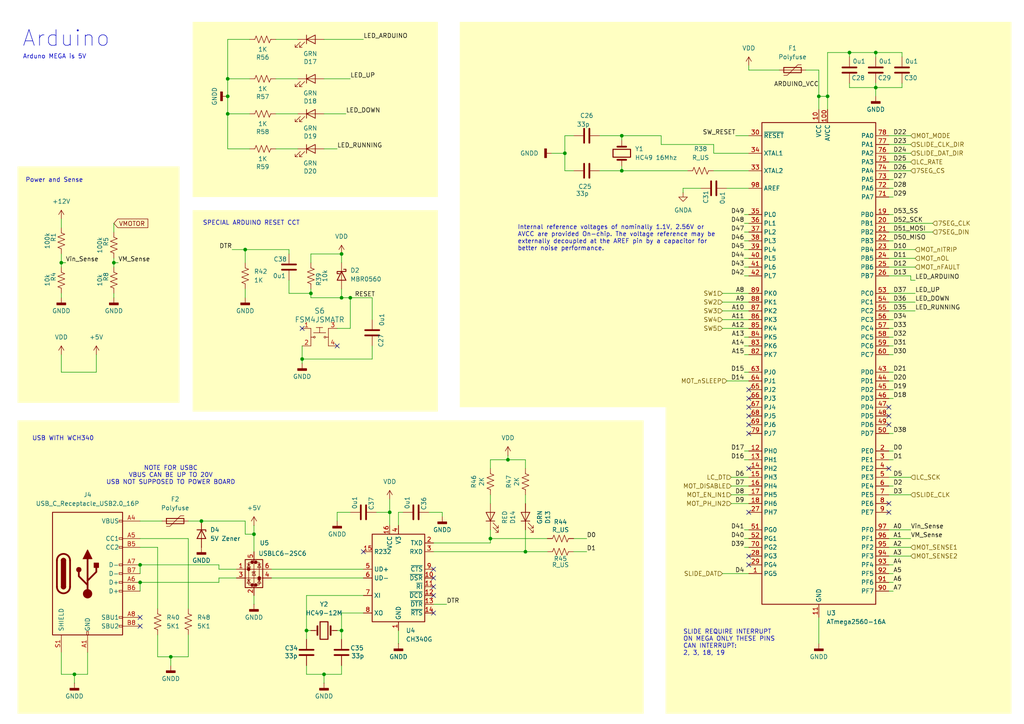
<source format=kicad_sch>
(kicad_sch (version 20250114) (generator "eeschema") (generator_version "9.0")
  (paper "A4")
  (rectangle (start 5.08 121.92) (end 186.69 207.01) (stroke (width -0.0001) (color 255 255 194 1)) (fill (type color) (color 255 255 194 1)))
  (rectangle (start 133.35 6.35) (end 293.37 118.11) (stroke (width -0.0001) (color 255 255 194 1)) (fill (type color) (color 255 255 194 1)))
  (rectangle (start 5.08 48.26) (end 52.07 116.84) (stroke (width -0.0001) (color 255 255 194 1)) (fill (type color) (color 255 255 194 1)))
  (rectangle (start 55.88 6.35) (end 127 57.15) (stroke (width -0.0001) (color 255 255 194 1)) (fill (type color) (color 255 255 194 1)))
  (rectangle (start 193.04 115.57) (end 293.37 207.01) (stroke (width -0.0001) (color 255 255 194 1)) (fill (type color) (color 255 255 194 1)))
  (rectangle (start 55.88 60.96) (end 127 119.38) (stroke (width -0.0001) (color 255 255 194 1)) (fill (type color) (color 255 255 194 1)))
  (text "Internal reference voltages of nominally 1.1V, 2.56V or \nAVCC are provided On-chip. The voltage reference may be\nexternally decoupled at the AREF pin by a capacitor for\nbetter noise performance." (at 150.114 69.088 0) (effects (font (size 1.27 1.27)) (justify left)))
  (text "NOTE FOR USBC\nVBUS CAN BE UP TO 20V\nUSB NOT SUPPOSED TO POWER BOARD" (at 49.53 137.922 0) (effects (font (size 1.27 1.27))))
  (text "Arduno MEGA is 5V" (at 6.604 16.51 0) (effects (font (size 1.27 1.27)) (justify left)))
  (text "Arduino" (at 6.35 13.97 0) (effects (font (size 4.572 4.572)) (justify left bottom)))
  (text "SLIDE REQUIRE INTERRUPT\nON MEGA ONLY THESE PINS\nCAN INTERRUPT:\n2, 3, 18, 19" (at 198.12 186.436 0) (effects (font (size 1.27 1.27)) (justify left)))
  (text "USB WITH WCH340" (at 18.288 127.254 0) (effects (font (size 1.27 1.27))))
  (text "SPECIAL ARDUINO RESET CCT" (at 72.898 64.77 0) (effects (font (size 1.27 1.27))))
  (text "Power and Sense" (at 15.748 52.324 0) (effects (font (size 1.27 1.27))))
  (text "PG5 ( OC0B )             | D4 (PWM)\nPE0 ( RXD0/PCINT8 )      | D0 (RX0)\nPE1 ( TXD0 )             | D1 (TX0)\nPE2 ( XCK0/AIN0 )        | x\nPE3 ( OC3A/AIN1 )        | D5 (PWM)\nPE4 ( OC3B/INT4 )        | D2 (PWM)\nPE5 ( OC3C/INT5 )        | D3 (PWM)\nPE6 ( T3/INT6 )          | x\nPE7 ( CLKO/ICP3/INT7 )   | x\nVCC                      | VCC\nGND                      | GND\nPH0 ( RXD2 )             | D17 (RX2)\nPH1 ( TXD2 )             | D16 (TX2)\nPH2 ( XCK2 )             | x\nPH3 ( OC4A )             | D6 (PWM)\nPH4 ( OC4B )             | D7 (PWM)\nPH5 ( OC4C )             | D8 (PWM)\nPH6 ( OC2B )             | D9 (PWM)\nPB0 ( SS/PCINT0 )        | D53 (SS)\nPB1 ( SCK/PCINT1 )       | D52 (SCK)\nPB2 ( MOSI/PCINT2 )      | D51 (MOSI)\nPB3 ( MISO/PCINT3 )      | D50 (MISO)\nPB4 ( OC2A/PCINT4 )      | D10 (PWM)\nPB5 ( OC1A/PCINT5 )      | D11 (PWM)\nPB6 ( OC1B/PCINT6 )      | D12 (PWM)\nPB7 ( OC0A/OC1C/PCINT7 ) | D13 (PWM)\nPH7 ( T4 )               | x\nPG3 ( TOSC2 )            | x\nPG4 ( TOSC1 )            | x\nRESET                    | RESET\nVCC                      | VCC\nGND                      | GND\nXTAL2                    | XTAL2\nXTAL1                    | XTAL1\nPL0 ( ICP4 )             | D49\nPL1 ( ICP5 )             | D48\nPL2 ( T5 )               | D47\nPL3 ( OC5A )             | D46 (PWM)\nPL4 ( OC5B )             | D45 (PWM)\nPL5 ( OC5C )             | D44 (PWM)\nPL6                      | D43\nPL7                      | D42\nPD0 ( SCL/INT0 )         | D21 (SCL)\nPD1 ( SDA/INT1 )         | D20 (SDA)\nPD2 ( RXDI/INT2 )        | D19 (RX1)\nPD3 ( TXD1/INT3 )        | D18 (TX1)\nPD4 ( ICP1 )             | x\nPD5 ( XCK1 )             | x\nPD6 ( T1 )               | x\nPD7 ( T0 )               | D38\nPG0 ( WR )               | D41\nPG1 ( RD )               | D40\nPC0 ( A8 )               | D37\nPC1 ( A9 )               | D36\nPC2 ( A10 )              | D35\nPC3 ( A11 )              | D34\nPC4 ( A12 )              | D33\nPC5 ( A13 )              | D32\nPC6 ( A14 )              | D31\nPC7 ( A15 )              | D30\nVCC                      | VCC\nGND                      | GND\nPJ0 ( RXD3/PCINT9 )      | D15 (RX3)\nPJ1 ( TXD3/PCINT10 )     | D14 (TX3)\nPJ2 ( XCK3/PCINT11 )     | x\nPJ3 ( PCINT12 )          | x\nPJ4 ( PCINT13 )          | x\nPJ5 ( PCINT14 )          | x\nPJ6 ( PCINT 15 )         | x\nPG2 ( ALE )              | D39\nPA7 ( AD7 )              | D29\nPA6 ( AD6 )              | D28\nPA5 ( AD5 )              | D27\nPA4 ( AD4 )              | D26\nPA3 ( AD3 )              | D25\nPA2 ( AD2 )              | D24\nPA1 ( AD1 )              | D23\nPA0 ( AD0 )              | D22\nVCC                      | VCC\nGND                      | GND\nPK7 ( ADC15/PCINT23 )    | A15\nPK6 ( ADC14/PCINT22 )    | A14\nPK5 ( ADC13/PCINT21 )    | A13\nPK4 ( ADC12/PCINT20 )    | A12\nPK3 ( ADC11/PCINT19 )    | A11\nPK2 ( ADC10/PCINT18 )    | A10\nPK1 ( ADC9/PCINT17 )     | A9\nPK0 ( ADC8/PCINT16 )     | A8\nPF7 ( ADC7/TDI )         | A7\nPF6 ( ADC6/TDO )         | A6\nPF5 ( ADC5/TMS )         | A5\nPF4 ( ADC4/TCK )         | A4\nPF3 ( ADC3 )             | A3\nPF2 ( ADC2 )             | A2\nPF1 ( ADC1 )             | A1\nPF0 ( ADC0 )             | A0\nAREF                     | Analog Reference\nGND                      | GND\nAVCC                     | VCC" (at 302.768 104.648 0) (effects (font (size 1.27 1.27)) (justify left)))
  (junction (at 40.64 168.91))
  (junction (at 237.49 27.94))
  (junction (at 142.24 156.21))
  (junction (at 66.04 27.94))
  (junction (at 240.03 27.94))
  (junction (at 17.78 76.2))
  (junction (at 71.12 72.39))
  (junction (at 33.02 76.2))
  (junction (at 246.38 15.24))
  (junction (at 66.04 22.86))
  (junction (at 66.04 33.02))
  (junction (at 147.32 133.35))
  (junction (at 99.06 73.66))
  (junction (at 254 15.24))
  (junction (at 21.59 195.58))
  (junction (at 88.9 182.88))
  (junction (at 73.66 154.94))
  (junction (at 180.34 49.53))
  (junction (at 90.17 85.09))
  (junction (at 99.06 86.36))
  (junction (at 163.83 44.45))
  (junction (at 254 25.4))
  (junction (at 40.64 163.83))
  (junction (at 113.03 148.59))
  (junction (at 93.98 195.58))
  (junction (at 152.4 160.02))
  (junction (at 180.34 39.37))
  (junction (at 58.42 151.13))
  (junction (at 87.63 104.14))
  (junction (at 49.53 190.5))
  (junction (at 101.6 86.36))
  (junction (at 99.06 182.88))
  (no_connect (at 217.17 120.65))
  (no_connect (at 40.64 179.07))
  (no_connect (at 217.17 125.73))
  (no_connect (at 257.81 120.65))
  (no_connect (at 257.81 123.19))
  (no_connect (at 125.73 167.64))
  (no_connect (at 257.81 148.59))
  (no_connect (at 217.17 123.19))
  (no_connect (at 217.17 161.29))
  (no_connect (at 257.81 135.89))
  (no_connect (at 125.73 170.18))
  (no_connect (at 217.17 148.59))
  (no_connect (at 217.17 163.83))
  (no_connect (at 217.17 115.57))
  (no_connect (at 125.73 172.72))
  (no_connect (at 97.79 100.33))
  (no_connect (at 87.63 95.25))
  (no_connect (at 40.64 181.61))
  (no_connect (at 217.17 113.03))
  (no_connect (at 257.81 146.05))
  (no_connect (at 217.17 118.11))
  (no_connect (at 125.73 177.8))
  (no_connect (at 125.73 165.1))
  (no_connect (at 217.17 135.89))
  (no_connect (at 105.41 160.02))
  (no_connect (at 257.81 118.11))
  (wire (pts (xy 215.9 97.79) (xy 217.17 97.79)))
  (wire (pts (xy 124.46 148.59) (xy 128.27 148.59)))
  (wire (pts (xy 58.42 151.13) (xy 71.12 151.13)))
  (wire (pts (xy 257.81 90.17) (xy 265.43 90.17)))
  (wire (pts (xy 237.49 20.32) (xy 237.49 27.94)))
  (wire (pts (xy 259.08 100.33) (xy 257.81 100.33)))
  (wire (pts (xy 73.66 154.94) (xy 73.66 160.02)))
  (wire (pts (xy 17.78 76.2) (xy 19.05 76.2)))
  (wire (pts (xy 180.34 39.37) (xy 191.77 39.37)))
  (wire (pts (xy 128.27 149.86) (xy 128.27 148.59)))
  (wire (pts (xy 163.83 39.37) (xy 163.83 44.45)))
  (wire (pts (xy 88.9 193.04) (xy 88.9 195.58)))
  (wire (pts (xy 87.63 104.14) (xy 107.95 104.14)))
  (wire (pts (xy 259.08 113.03) (xy 257.81 113.03)))
  (wire (pts (xy 257.81 46.99) (xy 264.16 46.99)))
  (wire (pts (xy 237.49 20.32) (xy 233.68 20.32)))
  (wire (pts (xy 259.08 166.37) (xy 257.81 166.37)))
  (wire (pts (xy 147.32 133.35) (xy 152.4 133.35)))
  (wire (pts (xy 173.99 49.53) (xy 180.34 49.53)))
  (wire (pts (xy 237.49 179.07) (xy 237.49 186.69)))
  (wire (pts (xy 259.08 163.83) (xy 257.81 163.83)))
  (wire (pts (xy 240.03 31.75) (xy 240.03 27.94)))
  (wire (pts (xy 66.04 27.94) (xy 66.04 33.02)))
  (wire (pts (xy 212.09 138.43) (xy 217.17 138.43)))
  (wire (pts (xy 71.12 76.2) (xy 71.12 72.39)))
  (wire (pts (xy 254 25.4) (xy 261.62 25.4)))
  (wire (pts (xy 259.08 52.07) (xy 257.81 52.07)))
  (wire (pts (xy 163.83 49.53) (xy 166.37 49.53)))
  (wire (pts (xy 160.02 44.45) (xy 163.83 44.45)))
  (wire (pts (xy 215.9 156.21) (xy 217.17 156.21)))
  (wire (pts (xy 257.81 67.31) (xy 270.51 67.31)))
  (wire (pts (xy 257.81 156.21) (xy 264.16 156.21)))
  (wire (pts (xy 17.78 107.95) (xy 17.78 102.87)))
  (wire (pts (xy 213.36 39.37) (xy 217.17 39.37)))
  (wire (pts (xy 257.81 41.91) (xy 264.16 41.91)))
  (wire (pts (xy 210.82 110.49) (xy 217.17 110.49)))
  (wire (pts (xy 215.9 64.77) (xy 217.17 64.77)))
  (wire (pts (xy 147.32 132.08) (xy 147.32 133.35)))
  (wire (pts (xy 90.17 86.36) (xy 99.06 86.36)))
  (wire (pts (xy 17.78 76.2) (xy 17.78 77.47)))
  (wire (pts (xy 166.37 39.37) (xy 163.83 39.37)))
  (wire (pts (xy 207.01 44.45) (xy 217.17 44.45)))
  (wire (pts (xy 209.55 85.09) (xy 217.17 85.09)))
  (wire (pts (xy 257.81 72.39) (xy 265.43 72.39)))
  (wire (pts (xy 215.9 72.39) (xy 217.17 72.39)))
  (wire (pts (xy 207.01 41.91) (xy 207.01 44.45)))
  (wire (pts (xy 113.03 144.78) (xy 113.03 148.59)))
  (wire (pts (xy 66.04 22.86) (xy 72.39 22.86)))
  (wire (pts (xy 66.04 43.18) (xy 72.39 43.18)))
  (wire (pts (xy 87.63 100.33) (xy 87.63 104.14)))
  (wire (pts (xy 215.9 107.95) (xy 217.17 107.95)))
  (wire (pts (xy 83.82 85.09) (xy 90.17 85.09)))
  (wire (pts (xy 259.08 110.49) (xy 257.81 110.49)))
  (wire (pts (xy 142.24 157.48) (xy 142.24 156.21)))
  (wire (pts (xy 71.12 154.94) (xy 73.66 154.94)))
  (wire (pts (xy 264.16 81.28) (xy 264.16 80.01)))
  (wire (pts (xy 240.03 15.24) (xy 240.03 27.94)))
  (wire (pts (xy 67.31 72.39) (xy 71.12 72.39)))
  (wire (pts (xy 101.6 95.25) (xy 101.6 86.36)))
  (wire (pts (xy 215.9 62.23) (xy 217.17 62.23)))
  (wire (pts (xy 45.72 190.5) (xy 49.53 190.5)))
  (wire (pts (xy 54.61 156.21) (xy 54.61 176.53)))
  (wire (pts (xy 142.24 135.89) (xy 142.24 133.35)))
  (wire (pts (xy 142.24 153.67) (xy 142.24 156.21)))
  (wire (pts (xy 71.12 72.39) (xy 83.82 72.39)))
  (wire (pts (xy 259.08 97.79) (xy 257.81 97.79)))
  (wire (pts (xy 259.08 171.45) (xy 257.81 171.45)))
  (wire (pts (xy 264.16 80.01) (xy 257.81 80.01)))
  (wire (pts (xy 83.82 72.39) (xy 83.82 73.66)))
  (wire (pts (xy 212.09 140.97) (xy 217.17 140.97)))
  (wire (pts (xy 142.24 143.51) (xy 142.24 146.05)))
  (wire (pts (xy 257.81 161.29) (xy 264.16 161.29)))
  (wire (pts (xy 246.38 15.24) (xy 240.03 15.24)))
  (wire (pts (xy 254 15.24) (xy 261.62 15.24)))
  (wire (pts (xy 180.34 49.53) (xy 180.34 48.26)))
  (wire (pts (xy 49.53 190.5) (xy 54.61 190.5)))
  (wire (pts (xy 246.38 15.24) (xy 246.38 16.51)))
  (wire (pts (xy 259.08 115.57) (xy 257.81 115.57)))
  (wire (pts (xy 27.94 107.95) (xy 17.78 107.95)))
  (wire (pts (xy 71.12 151.13) (xy 71.12 154.94)))
  (wire (pts (xy 27.94 102.87) (xy 27.94 107.95)))
  (wire (pts (xy 105.41 11.43) (xy 93.98 11.43)))
  (wire (pts (xy 97.79 43.18) (xy 93.98 43.18)))
  (wire (pts (xy 215.9 77.47) (xy 217.17 77.47)))
  (wire (pts (xy 215.9 74.93) (xy 217.17 74.93)))
  (wire (pts (xy 261.62 25.4) (xy 261.62 24.13)))
  (wire (pts (xy 49.53 190.5) (xy 49.53 193.04)))
  (wire (pts (xy 257.81 49.53) (xy 264.16 49.53)))
  (wire (pts (xy 17.78 85.09) (xy 17.78 86.36)))
  (wire (pts (xy 215.9 153.67) (xy 217.17 153.67)))
  (wire (pts (xy 90.17 85.09) (xy 90.17 83.82)))
  (wire (pts (xy 257.81 85.09) (xy 265.43 85.09)))
  (wire (pts (xy 209.55 90.17) (xy 217.17 90.17)))
  (wire (pts (xy 90.17 76.2) (xy 90.17 73.66)))
  (wire (pts (xy 86.36 43.18) (xy 80.01 43.18)))
  (wire (pts (xy 66.04 33.02) (xy 66.04 43.18)))
  (wire (pts (xy 257.81 44.45) (xy 264.16 44.45)))
  (wire (pts (xy 215.9 133.35) (xy 217.17 133.35)))
  (wire (pts (xy 40.64 156.21) (xy 54.61 156.21)))
  (wire (pts (xy 97.79 151.13) (xy 97.79 148.59)))
  (wire (pts (xy 71.12 83.82) (xy 71.12 86.36)))
  (wire (pts (xy 83.82 85.09) (xy 83.82 81.28)))
  (wire (pts (xy 215.9 69.85) (xy 217.17 69.85)))
  (wire (pts (xy 40.64 163.83) (xy 63.5 163.83)))
  (wire (pts (xy 259.08 102.87) (xy 257.81 102.87)))
  (wire (pts (xy 259.08 54.61) (xy 257.81 54.61)))
  (wire (pts (xy 259.08 62.23) (xy 257.81 62.23)))
  (wire (pts (xy 115.57 182.88) (xy 115.57 186.69)))
  (wire (pts (xy 88.9 182.88) (xy 88.9 185.42)))
  (wire (pts (xy 259.08 140.97) (xy 257.81 140.97)))
  (wire (pts (xy 246.38 25.4) (xy 254 25.4)))
  (wire (pts (xy 99.06 177.8) (xy 105.41 177.8)))
  (wire (pts (xy 173.99 39.37) (xy 180.34 39.37)))
  (wire (pts (xy 259.08 130.81) (xy 257.81 130.81)))
  (wire (pts (xy 107.95 104.14) (xy 107.95 100.33)))
  (wire (pts (xy 217.17 19.05) (xy 217.17 20.32)))
  (wire (pts (xy 254 24.13) (xy 254 25.4)))
  (wire (pts (xy 163.83 44.45) (xy 163.83 49.53)))
  (wire (pts (xy 125.73 157.48) (xy 142.24 157.48)))
  (wire (pts (xy 90.17 182.88) (xy 88.9 182.88)))
  (wire (pts (xy 99.06 195.58) (xy 99.06 193.04)))
  (wire (pts (xy 215.9 100.33) (xy 217.17 100.33)))
  (wire (pts (xy 198.12 54.61) (xy 203.2 54.61)))
  (wire (pts (xy 99.06 182.88) (xy 99.06 185.42)))
  (wire (pts (xy 86.36 22.86) (xy 80.01 22.86)))
  (wire (pts (xy 217.17 20.32) (xy 226.06 20.32)))
  (wire (pts (xy 237.49 27.94) (xy 237.49 31.75)))
  (wire (pts (xy 97.79 148.59) (xy 101.6 148.59)))
  (wire (pts (xy 17.78 63.5) (xy 17.78 66.04)))
  (wire (pts (xy 152.4 133.35) (xy 152.4 135.89)))
  (wire (pts (xy 33.02 74.93) (xy 33.02 76.2)))
  (wire (pts (xy 259.08 92.71) (xy 257.81 92.71)))
  (wire (pts (xy 45.72 158.75) (xy 45.72 176.53)))
  (wire (pts (xy 21.59 195.58) (xy 21.59 198.12)))
  (wire (pts (xy 210.82 54.61) (xy 217.17 54.61)))
  (wire (pts (xy 100.33 33.02) (xy 93.98 33.02)))
  (wire (pts (xy 63.5 165.1) (xy 63.5 163.83)))
  (wire (pts (xy 25.4 195.58) (xy 25.4 189.23)))
  (wire (pts (xy 209.55 95.25) (xy 217.17 95.25)))
  (wire (pts (xy 93.98 195.58) (xy 93.98 198.12)))
  (wire (pts (xy 90.17 73.66) (xy 99.06 73.66)))
  (wire (pts (xy 115.57 152.4) (xy 115.57 148.59)))
  (wire (pts (xy 209.55 166.37) (xy 217.17 166.37)))
  (wire (pts (xy 142.24 133.35) (xy 147.32 133.35)))
  (wire (pts (xy 240.03 27.94) (xy 237.49 27.94)))
  (wire (pts (xy 259.08 125.73) (xy 257.81 125.73)))
  (wire (pts (xy 99.06 182.88) (xy 97.79 182.88)))
  (wire (pts (xy 45.72 184.15) (xy 45.72 190.5)))
  (wire (pts (xy 198.12 55.88) (xy 198.12 54.61)))
  (wire (pts (xy 259.08 168.91) (xy 257.81 168.91)))
  (wire (pts (xy 191.77 41.91) (xy 191.77 39.37)))
  (wire (pts (xy 207.01 49.53) (xy 217.17 49.53)))
  (wire (pts (xy 33.02 64.77) (xy 33.02 67.31)))
  (wire (pts (xy 73.66 172.72) (xy 73.66 175.26)))
  (wire (pts (xy 257.81 138.43) (xy 264.16 138.43)))
  (wire (pts (xy 17.78 195.58) (xy 21.59 195.58)))
  (wire (pts (xy 97.79 95.25) (xy 101.6 95.25)))
  (wire (pts (xy 261.62 15.24) (xy 261.62 16.51)))
  (wire (pts (xy 257.81 87.63) (xy 265.43 87.63)))
  (wire (pts (xy 88.9 182.88) (xy 88.9 172.72)))
  (wire (pts (xy 101.6 22.86) (xy 93.98 22.86)))
  (wire (pts (xy 40.64 166.37) (xy 40.64 163.83)))
  (wire (pts (xy 209.55 87.63) (xy 217.17 87.63)))
  (wire (pts (xy 33.02 76.2) (xy 33.02 77.47)))
  (wire (pts (xy 99.06 177.8) (xy 99.06 182.88)))
  (wire (pts (xy 101.6 86.36) (xy 107.95 86.36)))
  (wire (pts (xy 215.9 130.81) (xy 217.17 130.81)))
  (wire (pts (xy 254 15.24) (xy 254 16.51)))
  (wire (pts (xy 152.4 160.02) (xy 158.75 160.02)))
  (wire (pts (xy 259.08 133.35) (xy 257.81 133.35)))
  (wire (pts (xy 40.64 171.45) (xy 40.64 168.91)))
  (wire (pts (xy 107.95 86.36) (xy 107.95 92.71)))
  (wire (pts (xy 63.5 168.91) (xy 63.5 167.64)))
  (wire (pts (xy 63.5 167.64) (xy 68.58 167.64)))
  (wire (pts (xy 63.5 165.1) (xy 68.58 165.1)))
  (wire (pts (xy 40.64 168.91) (xy 63.5 168.91)))
  (wire (pts (xy 88.9 172.72) (xy 105.41 172.72)))
  (wire (pts (xy 152.4 143.51) (xy 152.4 146.05)))
  (wire (pts (xy 259.08 95.25) (xy 257.81 95.25)))
  (wire (pts (xy 215.9 158.75) (xy 217.17 158.75)))
  (wire (pts (xy 78.74 165.1) (xy 105.41 165.1)))
  (wire (pts (xy 166.37 156.21) (xy 170.18 156.21)))
  (wire (pts (xy 125.73 160.02) (xy 152.4 160.02)))
  (wire (pts (xy 40.64 151.13) (xy 46.99 151.13)))
  (wire (pts (xy 257.81 74.93) (xy 265.43 74.93)))
  (wire (pts (xy 257.81 143.51) (xy 264.16 143.51)))
  (wire (pts (xy 264.16 81.28) (xy 265.43 81.28)))
  (wire (pts (xy 152.4 153.67) (xy 152.4 160.02)))
  (wire (pts (xy 180.34 39.37) (xy 180.34 40.64)))
  (wire (pts (xy 207.01 41.91) (xy 191.77 41.91)))
  (wire (pts (xy 90.17 85.09) (xy 90.17 86.36)))
  (wire (pts (xy 78.74 167.64) (xy 105.41 167.64)))
  (wire (pts (xy 109.22 148.59) (xy 113.03 148.59)))
  (wire (pts (xy 259.08 107.95) (xy 257.81 107.95)))
  (wire (pts (xy 254 25.4) (xy 254 27.94)))
  (wire (pts (xy 87.63 104.14) (xy 87.63 105.41)))
  (wire (pts (xy 257.81 158.75) (xy 264.16 158.75)))
  (wire (pts (xy 142.24 156.21) (xy 158.75 156.21)))
  (wire (pts (xy 21.59 195.58) (xy 25.4 195.58)))
  (wire (pts (xy 257.81 39.37) (xy 264.16 39.37)))
  (wire (pts (xy 54.61 190.5) (xy 54.61 184.15)))
  (wire (pts (xy 257.81 64.77) (xy 270.51 64.77)))
  (wire (pts (xy 54.61 151.13) (xy 58.42 151.13)))
  (wire (pts (xy 212.09 146.05) (xy 217.17 146.05)))
  (wire (pts (xy 86.36 33.02) (xy 80.01 33.02)))
  (wire (pts (xy 215.9 102.87) (xy 217.17 102.87)))
  (wire (pts (xy 125.73 175.26) (xy 129.54 175.26)))
  (wire (pts (xy 209.55 92.71) (xy 217.17 92.71)))
  (wire (pts (xy 99.06 86.36) (xy 101.6 86.36)))
  (wire (pts (xy 99.06 73.66) (xy 99.06 76.2)))
  (wire (pts (xy 66.04 11.43) (xy 72.39 11.43)))
  (wire (pts (xy 17.78 189.23) (xy 17.78 195.58)))
  (wire (pts (xy 66.04 22.86) (xy 66.04 27.94)))
  (wire (pts (xy 257.81 153.67) (xy 264.16 153.67)))
  (wire (pts (xy 246.38 15.24) (xy 254 15.24)))
  (wire (pts (xy 33.02 76.2) (xy 34.29 76.2)))
  (wire (pts (xy 212.09 143.51) (xy 217.17 143.51)))
  (wire (pts (xy 17.78 73.66) (xy 17.78 76.2)))
  (wire (pts (xy 73.66 152.4) (xy 73.66 154.94)))
  (wire (pts (xy 215.9 67.31) (xy 217.17 67.31)))
  (wire (pts (xy 99.06 83.82) (xy 99.06 86.36)))
  (wire (pts (xy 215.9 80.01) (xy 217.17 80.01)))
  (wire (pts (xy 88.9 195.58) (xy 93.98 195.58)))
  (wire (pts (xy 259.08 57.15) (xy 257.81 57.15)))
  (wire (pts (xy 86.36 11.43) (xy 80.01 11.43)))
  (wire (pts (xy 66.04 33.02) (xy 72.39 33.02)))
  (wire (pts (xy 113.03 148.59) (xy 113.03 152.4)))
  (wire (pts (xy 246.38 24.13) (xy 246.38 25.4)))
  (wire (pts (xy 93.98 195.58) (xy 99.06 195.58)))
  (wire (pts (xy 66.04 11.43) (xy 66.04 22.86)))
  (wire (pts (xy 40.64 158.75) (xy 45.72 158.75)))
  (wire (pts (xy 257.81 77.47) (xy 265.43 77.47)))
  (wire (pts (xy 259.08 69.85) (xy 257.81 69.85)))
  (wire (pts (xy 115.57 148.59) (xy 116.84 148.59)))
  (wire (pts (xy 166.37 160.02) (xy 170.18 160.02)))
  (wire (pts (xy 33.02 85.09) (xy 33.02 86.36)))
  (wire (pts (xy 180.34 49.53) (xy 199.39 49.53)))
  (label "Vin_Sense" (at 264.16 153.67 0))
  (label "D0" (at 170.18 156.21 0))
  (label "A12" (at 215.9 95.25 180))
  (label "D13" (at 259.08 80.01 0))
  (label "D44" (at 215.9 74.93 180))
  (label "D16" (at 215.9 133.35 180))
  (label "SW_RESET" (at 213.36 39.37 180))
  (label "A10" (at 215.9 90.17 180))
  (label "D19" (at 259.08 113.03 0))
  (label "A3" (at 259.08 161.29 0))
  (label "A1" (at 259.08 156.21 0))
  (label "D24" (at 259.08 44.45 0))
  (label "D12" (at 259.08 77.47 0))
  (label "D0" (at 259.08 130.81 0))
  (label "D36" (at 259.08 87.63 0))
  (label "D43" (at 215.9 77.47 180))
  (label "D34" (at 259.08 92.71 0))
  (label "VM_Sense" (at 264.16 156.21 0))
  (label "LED_RUNNING" (at 265.43 90.17 0))
  (label "A5" (at 259.08 166.37 0))
  (label "A9" (at 215.9 87.63 180))
  (label "LED_UP" (at 101.6 22.86 0))
  (label "D33" (at 259.08 95.25 0))
  (label "A11" (at 215.9 92.71 180))
  (label "A14" (at 215.9 100.33 180))
  (label "D9" (at 215.9 146.05 180))
  (label "D38" (at 259.08 125.73 0))
  (label "D29" (at 259.08 57.15 0))
  (label "LED_DOWN" (at 100.33 33.02 0))
  (label "A13" (at 215.9 97.79 180))
  (label "D15" (at 215.9 107.95 180))
  (label "D47" (at 215.9 67.31 180))
  (label "LED_RUNNING" (at 97.79 43.18 0))
  (label "D31" (at 259.08 100.33 0))
  (label "D53_SS" (at 259.08 62.23 0))
  (label "D50_MISO" (at 259.08 69.85 0))
  (label "D22" (at 259.08 39.37 0))
  (label "D20" (at 259.08 110.49 0))
  (label "D40" (at 215.9 156.21 180))
  (label "D41" (at 215.9 153.67 180))
  (label "D46" (at 215.9 69.85 180))
  (label "D2" (at 259.08 140.97 0))
  (label "A15" (at 215.9 102.87 180))
  (label "D28" (at 259.08 54.61 0))
  (label "D18" (at 259.08 115.57 0))
  (label "D11" (at 259.08 74.93 0))
  (label "DTR" (at 67.31 72.39 180))
  (label "D32" (at 259.08 97.79 0))
  (label "RESET" (at 102.87 86.36 0))
  (label "A2" (at 259.08 158.75 0))
  (label "DTR" (at 129.54 175.26 0))
  (label "D10" (at 259.08 72.39 0))
  (label "D1" (at 259.08 133.35 0))
  (label "A7" (at 259.08 171.45 0))
  (label "D3" (at 259.08 143.51 0))
  (label "D48" (at 215.9 64.77 180))
  (label "D37" (at 259.08 85.09 0))
  (label "LED_UP" (at 265.43 85.09 0))
  (label "A4" (at 259.08 163.83 0))
  (label "D30" (at 259.08 102.87 0))
  (label "VM_Sense" (at 34.29 76.2 0))
  (label "D6" (at 215.9 138.43 180))
  (label "LED_ARDUINO" (at 265.43 81.28 0))
  (label "D49" (at 215.9 62.23 180))
  (label "D25" (at 259.08 46.99 0))
  (label "D23" (at 259.08 41.91 0))
  (label "A6" (at 259.08 168.91 0))
  (label "D42" (at 215.9 80.01 180))
  (label "D26" (at 259.08 49.53 0))
  (label "LED_ARDUINO" (at 105.41 11.43 0))
  (label "D8" (at 215.9 143.51 180))
  (label "D27" (at 259.08 52.07 0))
  (label "D4" (at 215.9 166.37 180))
  (label "D52_SCK" (at 259.08 64.77 0))
  (label "D14" (at 215.9 110.49 180))
  (label "ARDUINO_VCC" (at 237.49 25.4 180))
  (label "D51_MOSI" (at 259.08 67.31 0))
  (label "D39" (at 215.9 158.75 180))
  (label "D21" (at 259.08 107.95 0))
  (label "A0" (at 259.08 153.67 0))
  (label "D17" (at 215.9 130.81 180))
  (label "Vin_Sense" (at 19.05 76.2 0))
  (label "D5" (at 259.08 138.43 0))
  (label "D45" (at 215.9 72.39 180))
  (label "D1" (at 170.18 160.02 0))
  (label "LED_DOWN" (at 265.43 87.63 0))
  (label "D35" (at 259.08 90.17 0))
  (label "D7" (at 215.9 140.97 180))
  (label "A8" (at 215.9 85.09 180))
  (global_label "VMOTOR" (shape input) (at 33.02 64.77 0) (property "Intersheetrefs" "${INTERSHEET_REFS}" (effects (hide yes))))
  (hierarchical_label "7SEG_CLK" (shape input) (at 270.51 64.77 0))
  (hierarchical_label "MOT_nITRIP" (shape input) (at 265.43 72.39 0))
  (hierarchical_label "MOT_DISABLE" (shape input) (at 212.09 140.97 180))
  (hierarchical_label "7SEG_CS" (shape input) (at 264.16 49.53 0))
  (hierarchical_label "SLIDE_DAT_DIR" (shape input) (at 264.16 44.45 0))
  (hierarchical_label "SW3" (shape input) (at 209.55 90.17 180))
  (hierarchical_label "SLIDE_CLK" (shape input) (at 264.16 143.51 0))
  (hierarchical_label "MOT_nOL" (shape input) (at 265.43 74.93 0))
  (hierarchical_label "SLIDE_DAT" (shape input) (at 209.55 166.37 180))
  (hierarchical_label "MOT_EN_IN1" (shape input) (at 212.09 143.51 180))
  (hierarchical_label "MOT_MODE" (shape input) (at 264.16 39.37 0))
  (hierarchical_label "SLIDE_CLK_DIR" (shape input) (at 264.16 41.91 0))
  (hierarchical_label "SW1" (shape input) (at 209.55 85.09 180))
  (hierarchical_label "LC_SCK" (shape input) (at 264.16 138.43 0))
  (hierarchical_label "MOT_PH_IN2" (shape input) (at 212.09 146.05 180))
  (hierarchical_label "MOT_SENSE1" (shape input) (at 264.16 158.75 0))
  (hierarchical_label "7SEG_DIN" (shape input) (at 270.51 67.31 0))
  (hierarchical_label "SW2" (shape input) (at 209.55 87.63 180))
  (hierarchical_label "SW4" (shape input) (at 209.55 92.71 180))
  (hierarchical_label "LC_DT" (shape input) (at 212.09 138.43 180))
  (hierarchical_label "LC_RATE" (shape input) (at 264.16 46.99 0))
  (hierarchical_label "MOT_nFAULT" (shape input) (at 265.43 77.47 0))
  (hierarchical_label "SW5" (shape input) (at 209.55 95.25 180))
  (hierarchical_label "MOT_nSLEEP" (shape input) (at 210.82 110.49 180))
  (hierarchical_label "MOT_SENSE2" (shape input) (at 264.16 161.29 0))
  (symbol (lib_id "power:GNDD") (at 87.63 105.41 0) (unit 1)
    (property "Reference" "#PWR055" (effects (hide yes)))
    (property "Value" "GNDD" (at 87.63 109.22 0))
    (property "Description" "Power symbol creates a global label with name \"GNDD\" , digital ground" (effects (hide yes)))
  )
  (symbol (lib_id "MMTK-rescue:R_US-Device-MMTK-rescue") (at 76.2 33.02 90) (unit 1)
    (property "Reference" "R58" (at 76.2 38.227 90))
    (property "Value" "1K" (at 76.2 35.9156 90))
    (property "Footprint" "Resistor_SMD:R_0603_1608Metric" (effects (hide yes)))
  )
  (symbol (lib_id "power:+12V") (at 17.78 63.5 0) (unit 1)
    (property "Reference" "#PWR02" (effects (hide yes)))
    (property "Value" "+12V" (at 17.78 58.42 0))
    (property "Description" "Power symbol creates a global label with name \"+12V\"" (effects (hide yes)))
  )
  (symbol (lib_id "Diode:ESD5Zxx") (at 58.42 154.94 270) (unit 1)
    (property "Reference" "D4" (at 60.96 153.6699 90) (effects (justify left)))
    (property "Value" "5V Zener" (at 60.96 156.2099 90) (effects (justify left)))
    (property "Footprint" "Diode_SMD:D_SOD-523" (effects (hide yes)))
    (property "Datasheet" "https://www.onsemi.com/pdf/datasheet/esd5z2.5t1-d.pdf" (effects (hide yes)))
    (property "Description" "ESD Protection Diode, SOD-523" (effects (hide yes)))
  )
  (symbol (lib_id "Device:R_US") (at 162.56 156.21 90) (unit 1)
    (property "Reference" "R44" (at 162.56 151.384 90))
    (property "Value" "R_US" (at 162.56 153.67 90))
    (property "Description" "Resistor, US symbol" (effects (hide yes)))
  )
  (symbol (lib_id "MMTK-rescue:R_US-Device-MMTK-rescue") (at 76.2 11.43 90) (unit 1)
    (property "Reference" "R56" (at 76.2 16.637 90))
    (property "Value" "1K" (at 76.2 14.3256 90))
    (property "Footprint" "Resistor_SMD:R_0603_1608Metric" (effects (hide yes)))
  )
  (symbol (lib_id "Device:R_US") (at 142.24 139.7 180) (unit 1)
    (property "Reference" "R46" (at 137.414 139.7 90))
    (property "Value" "2K" (at 139.7 139.7 90))
    (property "Description" "Resistor, US symbol" (effects (hide yes)))
  )
  (symbol (lib_id "Device:R_US") (at 45.72 180.34 0) (unit 1)
    (property "Reference" "R40" (at 48.26 179.0699 0) (effects (justify left)))
    (property "Value" "5K1" (at 48.26 181.6099 0) (effects (justify left)))
    (property "Description" "Resistor, US symbol" (effects (hide yes)))
  )
  (symbol (lib_id "Device:C") (at 99.06 189.23 180) (unit 1)
    (property "Reference" "C35" (at 101.6 187.96 0) (effects (justify right)))
    (property "Value" "33p" (at 101.854 190.246 0) (effects (justify right)))
    (property "Description" "Unpolarized capacitor" (effects (hide yes)))
  )
  (symbol (lib_id "power:+5V") (at 27.94 102.87 0) (unit 1)
    (property "Reference" "#PWR01" (effects (hide yes)))
    (property "Value" "+5V" (at 27.94 97.79 0))
    (property "Description" "Power symbol creates a global label with name \"+5V\"" (effects (hide yes)))
  )
  (symbol (lib_id "Interface_USB:CH340G") (at 115.57 167.64 0) (unit 1)
    (property "Reference" "U4" (at 117.7133 182.88 0) (effects (justify left)))
    (property "Value" "CH340G" (at 117.7133 185.42 0) (effects (justify left)))
    (property "Footprint" "Package_SO:SOIC-16_3.9x9.9mm_P1.27mm" (effects (hide yes)))
    (property "Datasheet" "http://www.datasheet5.com/pdf-local-2195953" (effects (hide yes)))
    (property "Description" "USB serial converter, UART, SOIC-16" (effects (hide yes)))
  )
  (symbol (lib_id "power:GNDD") (at 237.49 186.69 0) (unit 1)
    (property "Reference" "#PWR065" (effects (hide yes)))
    (property "Value" "GNDD" (at 237.49 190.5 0))
    (property "Description" "Power symbol creates a global label with name \"GNDD\" , digital ground" (effects (hide yes)))
  )
  (symbol (lib_id "MMTK-rescue:LED-Device-MMTK-rescue") (at 90.17 33.02 0) (unit 1)
    (property "Reference" "D19" (at 89.9922 39.497 0))
    (property "Value" "GRN" (at 89.9922 37.1856 0))
    (property "Footprint" "LED_SMD:LED_0603_1608Metric" (effects (hide yes)))
  )
  (symbol (lib_id "Device:Crystal") (at 93.98 182.88 0) (unit 1)
    (property "Reference" "Y2" (at 93.98 175.26 0))
    (property "Value" "HC49-12M" (at 93.98 177.8 0))
    (property "Description" "Two pin crystal" (effects (hide yes)))
  )
  (symbol (lib_id "Device:R_US") (at 17.78 81.28 0) (unit 1)
    (property "Reference" "R4" (at 15.494 80.264 90))
    (property "Value" "10k" (at 13.716 81.28 90))
    (property "Footprint" "Resistor_SMD:R_0603_1608Metric" (effects (hide yes)))
    (property "Description" "Resistor, US symbol" (effects (hide yes)))
  )
  (symbol (lib_id "Device:Polyfuse") (at 50.8 151.13 270) (unit 1)
    (property "Reference" "F2" (at 50.8 144.78 90))
    (property "Value" "Polyfuse" (at 50.8 147.32 90))
    (property "Description" "Resettable fuse, polymeric positive temperature coefficient" (effects (hide yes)))
  )
  (symbol (lib_id "Device:R_US") (at 152.4 139.7 180) (unit 1)
    (property "Reference" "R47" (at 147.574 139.7 90))
    (property "Value" "2K" (at 149.86 139.7 90))
    (property "Description" "Resistor, US symbol" (effects (hide yes)))
  )
  (symbol (lib_id "MCU_Microchip_ATmega:ATmega2560-16A") (at 237.49 105.41 0) (unit 1)
    (property "Reference" "U3" (at 239.6841 177.8 0) (effects (justify left)))
    (property "Value" "ATmega2560-16A" (at 239.6841 180.34 0) (effects (justify left)))
    (property "Footprint" "Package_QFP:TQFP-100_14x14mm_P0.5mm" (effects (hide yes)))
    (property "Datasheet" "http://ww1.microchip.com/downloads/en/DeviceDoc/Atmel-2549-8-bit-AVR-Microcontroller-ATmega640-1280-1281-2560-2561_datasheet.pdf" (effects (hide yes)))
    (property "Description" "16MHz, 256kB Flash, 8kB SRAM, 4kB EEPROM, JTAG, TQFP-100" (effects (hide yes)))
  )
  (symbol (lib_id "power:VDD") (at 113.03 144.78 0) (unit 1)
    (property "Reference" "#PWR076" (effects (hide yes)))
    (property "Value" "VDD" (at 113.03 139.7 0))
    (property "Description" "Power symbol creates a global label with name \"VDD\"" (effects (hide yes)))
  )
  (symbol (lib_id "power:+5V") (at 73.66 152.4 0) (unit 1)
    (property "Reference" "#PWR08" (effects (hide yes)))
    (property "Value" "+5V" (at 73.66 147.32 0))
    (property "Description" "Power symbol creates a global label with name \"+5V\"" (effects (hide yes)))
  )
  (symbol (lib_id "power:GNDD") (at 17.78 86.36 0) (unit 1)
    (property "Reference" "#PWR03" (effects (hide yes)))
    (property "Value" "GNDD" (at 17.78 90.17 0))
    (property "Description" "Power symbol creates a global label with name \"GNDD\" , digital ground" (effects (hide yes)))
  )
  (symbol (lib_id "Diode:MBR0560") (at 99.06 80.01 270) (unit 1)
    (property "Reference" "D2" (at 101.6 78.4224 90) (effects (justify left)))
    (property "Value" "MBR0560" (at 101.6 80.9624 90) (effects (justify left)))
    (property "Footprint" "Diode_SMD:D_SOD-123" (effects (hide yes)))
    (property "Datasheet" "http://www.mccsemi.com/up_pdf/MBR0520~MBR0580(SOD123).pdf" (effects (hide yes)))
    (property "Description" "60V 0.5A Schottky Power Rectifier Diode, SOD-123" (effects (hide yes)))
  )
  (symbol (lib_id "MMTK-rescue:R_US-Device-MMTK-rescue") (at 76.2 22.86 90) (unit 1)
    (property "Reference" "R57" (at 76.2 28.067 90))
    (property "Value" "1K" (at 76.2 25.7556 90))
    (property "Footprint" "Resistor_SMD:R_0603_1608Metric" (effects (hide yes)))
  )
  (symbol (lib_id "power:VDD") (at 99.06 73.66 0) (unit 1)
    (property "Reference" "#PWR062" (effects (hide yes)))
    (property "Value" "VDD" (at 99.06 68.58 0))
    (property "Description" "Power symbol creates a global label with name \"VDD\"" (effects (hide yes)))
  )
  (symbol (lib_id "Device:C") (at 120.65 148.59 270) (unit 1)
    (property "Reference" "C36" (at 122.936 146.05 0))
    (property "Value" "0u1" (at 118.11 145.796 0))
    (property "Footprint" "Capacitor_SMD:C_0603_1608Metric" (effects (hide yes)))
    (property "Description" "Unpolarized capacitor" (effects (hide yes)))
  )
  (symbol (lib_id "MMTK-rescue:LED-Device-MMTK-rescue") (at 152.4 149.86 90) (unit 1)
    (property "Reference" "D13" (at 158.877 150.0378 0))
    (property "Value" "GRN" (at 156.5656 150.0378 0))
    (property "Footprint" "LED_SMD:LED_0603_1608Metric" (effects (hide yes)))
  )
  (symbol (lib_id "power:VDD") (at 147.32 132.08 0) (unit 1)
    (property "Reference" "#PWR070" (effects (hide yes)))
    (property "Value" "VDD" (at 147.32 127 0))
    (property "Description" "Power symbol creates a global label with name \"VDD\"" (effects (hide yes)))
  )
  (symbol (lib_id "power:GNDD") (at 93.98 198.12 0) (unit 1)
    (property "Reference" "#PWR069" (effects (hide yes)))
    (property "Value" "GNDD" (at 93.98 201.93 0))
    (property "Description" "Power symbol creates a global label with name \"GNDD\" , digital ground" (effects (hide yes)))
  )
  (symbol (lib_id "power:GNDD") (at 49.53 193.04 0) (unit 1)
    (property "Reference" "#PWR073" (effects (hide yes)))
    (property "Value" "GNDD" (at 49.53 196.85 0))
    (property "Description" "Power symbol creates a global label with name \"GNDD\" , digital ground" (effects (hide yes)))
  )
  (symbol (lib_id "Connector:USB_C_Receptacle_USB2.0_16P") (at 25.4 166.37 0) (unit 1)
    (property "Reference" "J4" (at 25.4 143.51 0))
    (property "Value" "USB_C_Receptacle_USB2.0_16P" (at 25.4 146.05 0))
    (property "Datasheet" "https://www.usb.org/sites/default/files/documents/usb_type-c.zip" (effects (hide yes)))
    (property "Description" "USB 2.0-only 16P Type-C Receptacle connector" (effects (hide yes)))
  )
  (symbol (lib_id "Device:C") (at 107.95 96.52 180) (unit 1)
    (property "Reference" "C27" (at 110.49 98.806 90))
    (property "Value" "0u1" (at 110.744 92.71 90))
    (property "Footprint" "Capacitor_SMD:C_0603_1608Metric" (effects (hide yes)))
    (property "Description" "Unpolarized capacitor" (effects (hide yes)))
  )
  (symbol (lib_id "Device:C") (at 246.38 20.32 180) (unit 1)
    (property "Reference" "C28" (at 248.92 22.606 0))
    (property "Value" "0u1" (at 249.174 17.78 0))
    (property "Footprint" "Capacitor_SMD:C_0603_1608Metric" (effects (hide yes)))
    (property "Description" "Unpolarized capacitor" (effects (hide yes)))
  )
  (symbol (lib_id "Device:C") (at 170.18 39.37 90) (unit 1)
    (property "Reference" "C26" (at 170.18 33.528 90))
    (property "Value" "33p" (at 169.164 36.068 90))
    (property "Description" "Unpolarized capacitor" (effects (hide yes)))
  )
  (symbol (lib_id "power:GNDD") (at 254 27.94 0) (unit 1)
    (property "Reference" "#PWR064" (effects (hide yes)))
    (property "Value" "GNDD" (at 254 31.75 0))
    (property "Description" "Power symbol creates a global label with name \"GNDD\" , digital ground" (effects (hide yes)))
  )
  (symbol (lib_id "Device:Polyfuse") (at 229.87 20.32 270) (unit 1)
    (property "Reference" "F1" (at 229.87 13.97 90))
    (property "Value" "Polyfuse" (at 229.87 16.51 90))
    (property "Description" "Resettable fuse, polymeric positive temperature coefficient" (effects (hide yes)))
  )
  (symbol (lib_id "MMTK-rescue:LED-Device-MMTK-rescue") (at 90.17 22.86 0) (unit 1)
    (property "Reference" "D18" (at 89.9922 29.337 0))
    (property "Value" "GRN" (at 89.9922 27.0256 0))
    (property "Footprint" "LED_SMD:LED_0603_1608Metric" (effects (hide yes)))
  )
  (symbol (lib_id "MMTK-rescue:R_US-Device-MMTK-rescue") (at 76.2 43.18 90) (unit 1)
    (property "Reference" "R59" (at 76.2 48.387 90))
    (property "Value" "1K" (at 76.2 46.0756 90))
    (property "Footprint" "Resistor_SMD:R_0603_1608Metric" (effects (hide yes)))
  )
  (symbol (lib_id "power:GNDD") (at 97.79 151.13 0) (unit 1)
    (property "Reference" "#PWR078" (effects (hide yes)))
    (property "Value" "GNDD" (at 97.79 154.94 0))
    (property "Description" "Power symbol creates a global label with name \"GNDD\" , digital ground" (effects (hide yes)))
  )
  (symbol (lib_id "dk_Tactile-Switches:FSM4JSMATR") (at 92.71 97.79 0) (unit 1)
    (property "Reference" "S6" (at 92.71 90.17 0) (effects (font (size 1.524 1.524))))
    (property "Value" "FSM4JSMATR" (at 92.71 92.71 0) (effects (font (size 1.524 1.524))))
    (property "Footprint" "digikey-footprints:Switch_Tactile_SMD_6x6mm" (effects (hide yes)))
    (property "Datasheet" "https://www.te.com/commerce/DocumentDelivery/DDEController?Action=srchrtrv&DocNm=2-1437565-7&DocType=Customer+Drawing&DocLang=English" (effects (hide yes)))
    (property "Description" "SWITCH TACTILE SPST-NO 0.05A 24V" (effects (hide yes)))
    (property "Digi-Key_PN" "450-1759-1-ND" (effects (hide yes)))
    (property "MPN" "FSM4JSMATR" (effects (hide yes)))
    (property "Category" "Switches" (effects (hide yes)))
    (property "Family" "Tactile Switches" (effects (hide yes)))
    (property "DK_Datasheet_Link" "https://www.te.com/commerce/DocumentDelivery/DDEController?Action=srchrtrv&DocNm=2-1437565-7&DocType=Customer+Drawing&DocLang=English" (effects (hide yes)))
    (property "DK_Detail_Page" "/product-detail/en/te-connectivity-alcoswitch-switches/FSM4JSMATR/450-1759-1-ND/2271638" (effects (hide yes)))
    (property "Description_1" "SWITCH TACTILE SPST-NO 0.05A 24V" (effects (hide yes)))
    (property "Manufacturer" "TE Connectivity ALCOSWITCH Switches" (effects (hide yes)))
    (property "Status" "Active" (effects (hide yes)))
  )
  (symbol (lib_id "power:VDD") (at 217.17 19.05 0) (unit 1)
    (property "Reference" "#PWR063" (effects (hide yes)))
    (property "Value" "VDD" (at 217.17 13.97 0))
    (property "Description" "Power symbol creates a global label with name \"VDD\"" (effects (hide yes)))
  )
  (symbol (lib_id "Device:R_US") (at 71.12 80.01 0) (unit 1)
    (property "Reference" "R42" (at 73.66 78.7399 0) (effects (justify left)))
    (property "Value" "1K" (at 73.66 81.2799 0) (effects (justify left)))
    (property "Description" "Resistor, US symbol" (effects (hide yes)))
  )
  (symbol (lib_id "power:GNDD") (at 58.42 158.75 0) (unit 1)
    (property "Reference" "#PWR075" (effects (hide yes)))
    (property "Value" "GNDD" (at 58.42 162.56 0))
    (property "Description" "Power symbol creates a global label with name \"GNDD\" , digital ground" (effects (hide yes)))
  )
  (symbol (lib_id "Device:R_US") (at 90.17 80.01 180) (unit 1)
    (property "Reference" "R39" (at 92.456 81.026 90))
    (property "Value" "10k" (at 94.234 80.01 90))
    (property "Footprint" "Resistor_SMD:R_0603_1608Metric" (effects (hide yes)))
    (property "Description" "Resistor, US symbol" (effects (hide yes)))
  )
  (symbol (lib_id "Device:R_US") (at 33.02 81.28 0) (unit 1)
    (property "Reference" "R8" (at 30.734 80.264 90))
    (property "Value" "10k" (at 28.956 81.28 90))
    (property "Footprint" "Resistor_SMD:R_0603_1608Metric" (effects (hide yes)))
    (property "Description" "Resistor, US symbol" (effects (hide yes)))
  )
  (symbol (lib_id "power:GNDD") (at 66.04 27.94 270) (unit 1)
    (property "Reference" "#PWR071" (effects (hide yes)))
    (property "Value" "GNDD" (at 62.23 27.94 0))
    (property "Description" "Power symbol creates a global label with name \"GNDD\" , digital ground" (effects (hide yes)))
  )
  (symbol (lib_id "Device:C") (at 83.82 77.47 0) (unit 1)
    (property "Reference" "C38" (at 81.28 75.184 0))
    (property "Value" "0u1" (at 81.026 80.01 0))
    (property "Footprint" "Capacitor_SMD:C_0603_1608Metric" (effects (hide yes)))
    (property "Description" "Unpolarized capacitor" (effects (hide yes)))
  )
  (symbol (lib_id "Device:R_US") (at 33.02 71.12 0) (unit 1)
    (property "Reference" "R5" (at 30.734 70.104 90))
    (property "Value" "100k" (at 28.956 71.12 90))
    (property "Footprint" "Resistor_SMD:R_0603_1608Metric" (effects (hide yes)))
    (property "Description" "Resistor, US symbol" (effects (hide yes)))
  )
  (symbol (lib_id "Device:C") (at 254 20.32 180) (unit 1)
    (property "Reference" "C29" (at 256.54 22.606 0))
    (property "Value" "0u1" (at 256.794 17.78 0))
    (property "Footprint" "Capacitor_SMD:C_0603_1608Metric" (effects (hide yes)))
    (property "Description" "Unpolarized capacitor" (effects (hide yes)))
  )
  (symbol (lib_id "power:GNDD") (at 115.57 186.69 0) (unit 1)
    (property "Reference" "#PWR068" (effects (hide yes)))
    (property "Value" "GNDD" (at 115.57 190.5 0))
    (property "Description" "Power symbol creates a global label with name \"GNDD\" , digital ground" (effects (hide yes)))
  )
  (symbol (lib_id "power:GNDD") (at 128.27 149.86 0) (unit 1)
    (property "Reference" "#PWR067" (effects (hide yes)))
    (property "Value" "GNDD" (at 128.27 153.67 0))
    (property "Description" "Power symbol creates a global label with name \"GNDD\" , digital ground" (effects (hide yes)))
  )
  (symbol (lib_id "MMTK-rescue:LED-Device-MMTK-rescue") (at 90.17 43.18 0) (unit 1)
    (property "Reference" "D20" (at 89.9922 49.657 0))
    (property "Value" "GRN" (at 89.9922 47.3456 0))
    (property "Footprint" "LED_SMD:LED_0603_1608Metric" (effects (hide yes)))
  )
  (symbol (lib_id "power:GNDD") (at 73.66 175.26 0) (unit 1)
    (property "Reference" "#PWR072" (effects (hide yes)))
    (property "Value" "GNDD" (at 73.66 179.07 0))
    (property "Description" "Power symbol creates a global label with name \"GNDD\" , digital ground" (effects (hide yes)))
  )
  (symbol (lib_id "Device:C") (at 207.01 54.61 90) (unit 1)
    (property "Reference" "C31" (at 204.724 57.15 0))
    (property "Value" "0u1" (at 209.55 57.404 0))
    (property "Footprint" "Capacitor_SMD:C_0603_1608Metric" (effects (hide yes)))
    (property "Description" "Unpolarized capacitor" (effects (hide yes)))
  )
  (symbol (lib_id "Device:R_US") (at 54.61 180.34 0) (unit 1)
    (property "Reference" "R48" (at 57.15 179.0699 0) (effects (justify left)))
    (property "Value" "5K1" (at 57.15 181.6099 0) (effects (justify left)))
    (property "Description" "Resistor, US symbol" (effects (hide yes)))
  )
  (symbol (lib_id "Power_Protection:USBLC6-2SC6") (at 73.66 165.1 0) (unit 1)
    (property "Reference" "U5" (at 75.3111 157.48 0) (effects (justify left)))
    (property "Value" "USBLC6-2SC6" (at 74.93 160.528 0) (effects (justify left)))
    (property "Footprint" "Package_TO_SOT_SMD:SOT-23-6" (effects (hide yes)))
    (property "Datasheet" "https://www.st.com/resource/en/datasheet/usblc6-2.pdf" (effects (hide yes)))
    (property "Description" "Very low capacitance ESD protection diode, 2 data-line, SOT-23-6" (effects (hide yes)))
  )
  (symbol (lib_id "Device:R_US") (at 162.56 160.02 90) (unit 1)
    (property "Reference" "R45" (at 162.56 162.052 90))
    (property "Value" "R_US" (at 162.56 163.83 90))
    (property "Description" "Resistor, US symbol" (effects (hide yes)))
  )
  (symbol (lib_id "power:GNDD") (at 21.59 198.12 0) (unit 1)
    (property "Reference" "#PWR074" (effects (hide yes)))
    (property "Value" "GNDD" (at 21.59 201.93 0))
    (property "Description" "Power symbol creates a global label with name \"GNDD\" , digital ground" (effects (hide yes)))
  )
  (symbol (lib_id "Device:C") (at 88.9 189.23 180) (unit 1)
    (property "Reference" "C34" (at 82.55 187.96 0) (effects (justify right)))
    (property "Value" "33p" (at 82.55 190.246 0) (effects (justify right)))
    (property "Description" "Unpolarized capacitor" (effects (hide yes)))
  )
  (symbol (lib_id "Device:C") (at 105.41 148.59 270) (unit 1)
    (property "Reference" "C37" (at 107.696 146.05 0))
    (property "Value" "0u1" (at 102.87 145.796 0))
    (property "Footprint" "Capacitor_SMD:C_0603_1608Metric" (effects (hide yes)))
    (property "Description" "Unpolarized capacitor" (effects (hide yes)))
  )
  (symbol (lib_id "Device:Crystal") (at 180.34 44.45 270) (unit 1)
    (property "Reference" "Y1" (at 184.15 43.1799 90) (effects (justify left)))
    (property "Value" "HC49 16Mhz" (at 184.15 45.7199 90) (effects (justify left)))
    (property "Description" "Two pin crystal" (effects (hide yes)))
  )
  (symbol (lib_id "power:GNDA") (at 198.12 55.88 0) (unit 1)
    (property "Reference" "#PWR066" (effects (hide yes)))
    (property "Value" "GNDA" (at 198.12 60.96 0))
    (property "Description" "Power symbol creates a global label with name \"GNDA\" , analog ground" (effects (hide yes)))
  )
  (symbol (lib_id "power:GNDD") (at 33.02 86.36 0) (unit 1)
    (property "Reference" "#PWR05" (effects (hide yes)))
    (property "Value" "GNDD" (at 33.02 90.17 0))
    (property "Description" "Power symbol creates a global label with name \"GNDD\" , digital ground" (effects (hide yes)))
  )
  (symbol (lib_id "power:GNDD") (at 71.12 86.36 0) (unit 1)
    (property "Reference" "#PWR079" (effects (hide yes)))
    (property "Value" "GNDD" (at 71.12 90.17 0))
    (property "Description" "Power symbol creates a global label with name \"GNDD\" , digital ground" (effects (hide yes)))
  )
  (symbol (lib_id "MMTK-rescue:LED-Device-MMTK-rescue") (at 142.24 149.86 90) (unit 1)
    (property "Reference" "D14" (at 148.717 150.0378 0))
    (property "Value" "RED" (at 146.4056 150.0378 0))
    (property "Footprint" "LED_SMD:LED_0603_1608Metric" (effects (hide yes)))
  )
  (symbol (lib_id "Device:C") (at 261.62 20.32 180) (unit 1)
    (property "Reference" "C30" (at 264.16 22.606 0))
    (property "Value" "0u1" (at 264.414 17.78 0))
    (property "Footprint" "Capacitor_SMD:C_0603_1608Metric" (effects (hide yes)))
    (property "Description" "Unpolarized capacitor" (effects (hide yes)))
  )
  (symbol (lib_id "power:GNDD") (at 160.02 44.45 270) (unit 1)
    (property "Reference" "#PWR059" (effects (hide yes)))
    (property "Value" "GNDD" (at 156.21 44.4499 90) (effects (justify right)))
    (property "Description" "Power symbol creates a global label with name \"GNDD\" , digital ground" (effects (hide yes)))
  )
  (symbol (lib_id "MMTK-rescue:LED-Device-MMTK-rescue") (at 90.17 11.43 0) (unit 1)
    (property "Reference" "D17" (at 89.9922 17.907 0))
    (property "Value" "GRN" (at 89.9922 15.5956 0))
    (property "Footprint" "LED_SMD:LED_0603_1608Metric" (effects (hide yes)))
  )
  (symbol (lib_id "Device:R_US") (at 17.78 69.85 0) (unit 1)
    (property "Reference" "R1" (at 15.494 68.834 90))
    (property "Value" "100k" (at 13.716 69.85 90))
    (property "Footprint" "Resistor_SMD:R_0603_1608Metric" (effects (hide yes)))
    (property "Description" "Resistor, US symbol" (effects (hide yes)))
  )
  (symbol (lib_id "Device:R_US") (at 203.2 49.53 270) (unit 1)
    (property "Reference" "R38" (at 203.2 43.18 90))
    (property "Value" "R_US" (at 203.2 45.72 90))
    (property "Description" "Resistor, US symbol" (effects (hide yes)))
  )
  (symbol (lib_id "Device:C") (at 170.18 49.53 90) (unit 1)
    (property "Reference" "C25" (at 169.672 54.102 90))
    (property "Value" "33p" (at 168.91 56.134 90))
    (property "Description" "Unpolarized capacitor" (effects (hide yes)))
  )
  (symbol (lib_id "power:VDD") (at 17.78 102.87 0) (unit 1)
    (property "Reference" "#PWR04" (effects (hide yes)))
    (property "Value" "VDD" (at 17.78 97.79 0))
    (property "Description" "Power symbol creates a global label with name \"VDD\"" (effects (hide yes)))
  )
)
</source>
